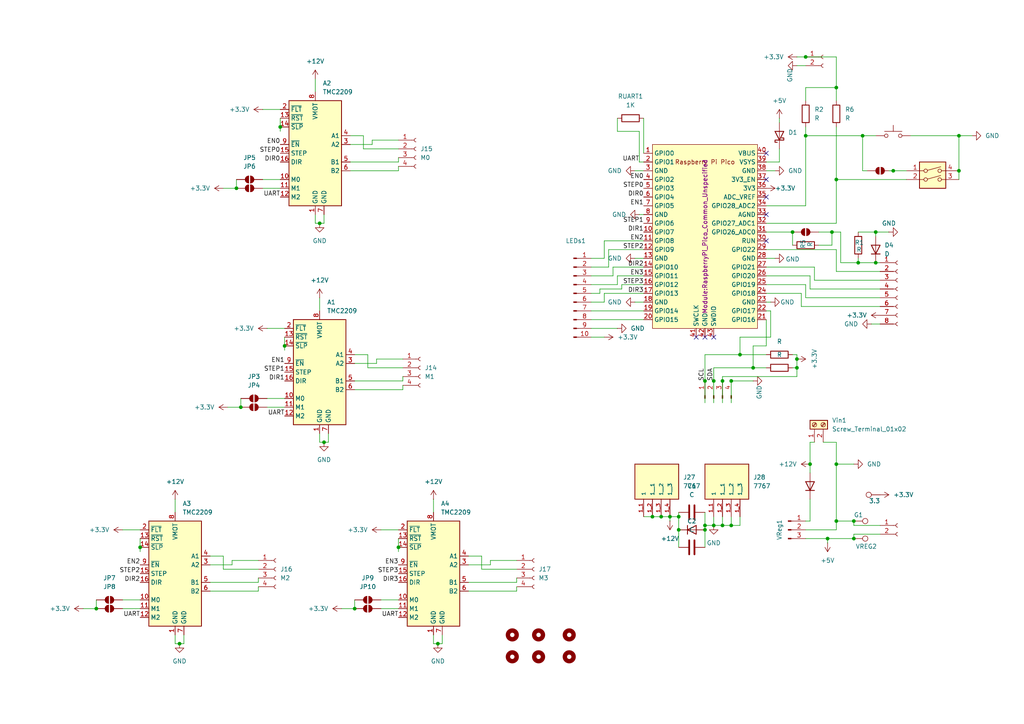
<source format=kicad_sch>
(kicad_sch (version 20250114) (generator "eeschema") (generator_version "9.0")
  (paper "A4")
  (junction (at 214.63 102.87))
  (junction (at 242.57 134.62))
  (junction (at 242.57 25.4))
  (junction (at 212.09 110.49))
  (junction (at 259.08 49.53))
  (junction (at 248.92 76.2))
  (junction (at 52.07 186.69))
  (junction (at 93.98 128.27))
  (junction (at 234.95 134.62))
  (junction (at 242.57 151.13))
  (junction (at 69.85 118.11))
  (junction (at 68.58 54.61))
  (junction (at 207.01 152.4))
  (junction (at 92.71 64.77))
  (junction (at 207.01 110.49))
  (junction (at 250.19 39.37))
  (junction (at 196.85 153.67))
  (junction (at 233.68 16.51))
  (junction (at 247.65 156.21))
  (junction (at 233.68 39.37))
  (junction (at 278.13 49.53))
  (junction (at 40.64 158.75))
  (junction (at 204.47 152.4))
  (junction (at 127 186.69))
  (junction (at 247.65 151.13))
  (junction (at 194.31 149.86))
  (junction (at 231.14 104.14))
  (junction (at 218.44 106.68))
  (junction (at 82.55 100.33))
  (junction (at 241.3 67.31))
  (junction (at 209.55 152.4))
  (junction (at 242.57 52.07))
  (junction (at 204.47 153.67))
  (junction (at 189.23 149.86))
  (junction (at 102.87 176.53))
  (junction (at 212.09 152.4))
  (junction (at 278.13 39.37))
  (junction (at 254 76.2))
  (junction (at 209.55 110.49))
  (junction (at 240.03 156.21))
  (junction (at 196.85 149.86))
  (junction (at 81.28 36.83))
  (junction (at 27.94 176.53))
  (junction (at 204.47 110.49))
  (junction (at 229.87 67.31))
  (junction (at 254 67.31))
  (junction (at 191.77 149.86))
  (junction (at 231.14 106.68))
  (junction (at 115.57 158.75))
  (no_connect (at 222.25 44.45))
  (no_connect (at 222.25 69.85))
  (no_connect (at 201.93 97.79))
  (no_connect (at 222.25 52.07))
  (no_connect (at 204.47 97.79))
  (no_connect (at 207.01 97.79))
  (no_connect (at 222.25 57.15))
  (no_connect (at 222.25 62.23))
  (wire (pts (xy 110.49 173.99) (xy 115.57 173.99)))
  (wire (pts (xy 184.15 87.63) (xy 186.69 87.63)))
  (wire (pts (xy 250.19 39.37) (xy 250.19 49.53)))
  (wire (pts (xy 171.45 97.79) (xy 175.26 97.79)))
  (wire (pts (xy 66.04 118.11) (xy 69.85 118.11)))
  (wire (pts (xy 91.44 22.86) (xy 91.44 26.67)))
  (wire (pts (xy 99.06 176.53) (xy 102.87 176.53)))
  (wire (pts (xy 242.57 128.27) (xy 242.57 134.62)))
  (wire (pts (xy 91.44 62.23) (xy 91.44 64.77)))
  (wire (pts (xy 139.7 165.1) (xy 149.86 165.1)))
  (wire (pts (xy 115.57 156.21) (xy 115.57 158.75)))
  (wire (pts (xy 171.45 87.63) (xy 175.26 87.63)))
  (wire (pts (xy 255.27 152.4) (xy 247.65 152.4)))
  (wire (pts (xy 229.87 67.31) (xy 229.87 71.12)))
  (wire (pts (xy 179.07 38.1) (xy 179.07 34.29)))
  (wire (pts (xy 254 76.2) (xy 255.27 76.2)))
  (wire (pts (xy 231.14 16.51) (xy 233.68 16.51)))
  (wire (pts (xy 189.23 149.86) (xy 191.77 149.86)))
  (wire (pts (xy 92.71 125.73) (xy 92.71 128.27)))
  (wire (pts (xy 257.81 67.31) (xy 254 67.31)))
  (wire (pts (xy 214.63 97.79) (xy 214.63 102.87)))
  (wire (pts (xy 35.56 153.67) (xy 40.64 153.67)))
  (wire (pts (xy 93.98 64.77) (xy 92.71 64.77)))
  (wire (pts (xy 109.22 104.14) (xy 116.84 104.14)))
  (wire (pts (xy 242.57 36.83) (xy 242.57 52.07)))
  (wire (pts (xy 204.47 110.49) (xy 204.47 116.84)))
  (wire (pts (xy 233.68 153.67) (xy 242.57 153.67)))
  (wire (pts (xy 186.69 149.86) (xy 189.23 149.86)))
  (wire (pts (xy 175.26 87.63) (xy 175.26 85.09)))
  (wire (pts (xy 102.87 173.99) (xy 102.87 176.53)))
  (wire (pts (xy 264.16 39.37) (xy 278.13 39.37)))
  (wire (pts (xy 223.52 90.17) (xy 223.52 97.79)))
  (wire (pts (xy 60.96 171.45) (xy 74.93 171.45)))
  (wire (pts (xy 115.57 49.53) (xy 115.57 48.26)))
  (wire (pts (xy 107.95 40.64) (xy 115.57 40.64)))
  (wire (pts (xy 233.68 151.13) (xy 234.95 151.13)))
  (wire (pts (xy 233.68 156.21) (xy 240.03 156.21)))
  (wire (pts (xy 248.92 76.2) (xy 254 76.2)))
  (wire (pts (xy 242.57 134.62) (xy 242.57 151.13)))
  (wire (pts (xy 257.81 49.53) (xy 259.08 49.53)))
  (wire (pts (xy 35.56 173.99) (xy 40.64 173.99)))
  (wire (pts (xy 204.47 152.4) (xy 207.01 152.4)))
  (wire (pts (xy 110.49 176.53) (xy 115.57 176.53)))
  (wire (pts (xy 105.41 39.37) (xy 105.41 43.18)))
  (wire (pts (xy 278.13 49.53) (xy 278.13 52.07)))
  (wire (pts (xy 50.8 184.15) (xy 50.8 186.69)))
  (wire (pts (xy 67.31 162.56) (xy 74.93 162.56)))
  (wire (pts (xy 81.28 38.1) (xy 81.28 36.83)))
  (wire (pts (xy 77.47 118.11) (xy 82.55 118.11)))
  (wire (pts (xy 209.55 110.49) (xy 209.55 116.84)))
  (wire (pts (xy 53.34 184.15) (xy 53.34 186.69)))
  (wire (pts (xy 231.14 106.68) (xy 231.14 104.14)))
  (wire (pts (xy 247.65 154.94) (xy 247.65 156.21)))
  (wire (pts (xy 212.09 152.4) (xy 209.55 152.4)))
  (wire (pts (xy 229.87 102.87) (xy 231.14 102.87)))
  (wire (pts (xy 135.89 161.29) (xy 139.7 161.29)))
  (wire (pts (xy 177.8 80.01) (xy 177.8 77.47)))
  (wire (pts (xy 248.92 67.31) (xy 254 67.31)))
  (wire (pts (xy 207.01 149.86) (xy 207.01 152.4)))
  (wire (pts (xy 223.52 97.79) (xy 214.63 97.79)))
  (wire (pts (xy 101.6 41.91) (xy 107.95 41.91)))
  (wire (pts (xy 184.15 49.53) (xy 186.69 49.53)))
  (wire (pts (xy 234.95 80.01) (xy 222.25 80.01)))
  (wire (pts (xy 222.25 87.63) (xy 223.52 87.63)))
  (wire (pts (xy 24.13 176.53) (xy 27.94 176.53)))
  (wire (pts (xy 222.25 64.77) (xy 242.57 64.77)))
  (wire (pts (xy 231.14 109.22) (xy 209.55 109.22)))
  (wire (pts (xy 93.98 62.23) (xy 93.98 64.77)))
  (wire (pts (xy 135.89 171.45) (xy 149.86 171.45)))
  (wire (pts (xy 236.22 81.28) (xy 255.27 81.28)))
  (wire (pts (xy 69.85 115.57) (xy 69.85 118.11)))
  (wire (pts (xy 226.06 34.29) (xy 226.06 35.56)))
  (wire (pts (xy 110.49 153.67) (xy 115.57 153.67)))
  (wire (pts (xy 242.57 153.67) (xy 242.57 151.13)))
  (wire (pts (xy 105.41 43.18) (xy 115.57 43.18)))
  (wire (pts (xy 233.68 86.36) (xy 255.27 86.36)))
  (wire (pts (xy 27.94 173.99) (xy 27.94 176.53)))
  (wire (pts (xy 233.68 29.21) (xy 233.68 25.4)))
  (wire (pts (xy 175.26 74.93) (xy 175.26 69.85)))
  (wire (pts (xy 240.03 156.21) (xy 247.65 156.21)))
  (wire (pts (xy 242.57 52.07) (xy 262.89 52.07)))
  (wire (pts (xy 64.77 161.29) (xy 64.77 165.1)))
  (wire (pts (xy 242.57 72.39) (xy 242.57 78.74)))
  (wire (pts (xy 204.47 153.67) (xy 204.47 152.4)))
  (wire (pts (xy 234.95 83.82) (xy 234.95 80.01)))
  (wire (pts (xy 214.63 149.86) (xy 214.63 152.4)))
  (wire (pts (xy 171.45 77.47) (xy 176.53 77.47)))
  (wire (pts (xy 50.8 144.78) (xy 50.8 148.59)))
  (wire (pts (xy 242.57 29.21) (xy 242.57 25.4)))
  (wire (pts (xy 176.53 77.47) (xy 176.53 72.39)))
  (wire (pts (xy 231.14 19.05) (xy 233.68 19.05)))
  (wire (pts (xy 81.28 34.29) (xy 81.28 36.83)))
  (wire (pts (xy 50.8 186.69) (xy 52.07 186.69)))
  (wire (pts (xy 234.95 128.27) (xy 236.22 128.27)))
  (wire (pts (xy 222.25 102.87) (xy 214.63 102.87)))
  (wire (pts (xy 175.26 85.09) (xy 186.69 85.09)))
  (wire (pts (xy 250.19 49.53) (xy 251.46 49.53)))
  (wire (pts (xy 222.25 49.53) (xy 224.79 49.53)))
  (wire (pts (xy 95.25 128.27) (xy 93.98 128.27)))
  (wire (pts (xy 171.45 90.17) (xy 186.69 90.17)))
  (wire (pts (xy 196.85 153.67) (xy 196.85 149.86)))
  (wire (pts (xy 92.71 86.36) (xy 92.71 90.17)))
  (wire (pts (xy 222.25 59.69) (xy 233.68 59.69)))
  (wire (pts (xy 77.47 95.25) (xy 82.55 95.25)))
  (wire (pts (xy 116.84 110.49) (xy 116.84 109.22)))
  (wire (pts (xy 236.22 81.28) (xy 236.22 77.47)))
  (wire (pts (xy 278.13 39.37) (xy 281.94 39.37)))
  (wire (pts (xy 243.84 67.31) (xy 243.84 76.2)))
  (wire (pts (xy 177.8 77.47) (xy 186.69 77.47)))
  (wire (pts (xy 204.47 153.67) (xy 204.47 158.75)))
  (wire (pts (xy 234.95 128.27) (xy 234.95 134.62)))
  (wire (pts (xy 60.96 161.29) (xy 64.77 161.29)))
  (wire (pts (xy 125.73 144.78) (xy 125.73 148.59)))
  (wire (pts (xy 171.45 74.93) (xy 175.26 74.93)))
  (wire (pts (xy 149.86 168.91) (xy 149.86 167.64)))
  (wire (pts (xy 76.2 31.75) (xy 81.28 31.75)))
  (wire (pts (xy 231.14 102.87) (xy 231.14 104.14)))
  (wire (pts (xy 176.53 72.39) (xy 186.69 72.39)))
  (wire (pts (xy 68.58 52.07) (xy 68.58 54.61)))
  (wire (pts (xy 259.08 49.53) (xy 262.89 49.53)))
  (wire (pts (xy 101.6 46.99) (xy 115.57 46.99)))
  (wire (pts (xy 209.55 109.22) (xy 209.55 110.49)))
  (wire (pts (xy 171.45 95.25) (xy 179.07 95.25)))
  (wire (pts (xy 242.57 78.74) (xy 255.27 78.74)))
  (wire (pts (xy 116.84 113.03) (xy 116.84 111.76)))
  (wire (pts (xy 242.57 16.51) (xy 242.57 25.4)))
  (wire (pts (xy 74.93 168.91) (xy 74.93 167.64)))
  (wire (pts (xy 82.55 97.79) (xy 82.55 100.33)))
  (wire (pts (xy 218.44 100.33) (xy 218.44 106.68)))
  (wire (pts (xy 212.09 110.49) (xy 212.09 116.84)))
  (wire (pts (xy 179.07 82.55) (xy 179.07 80.01)))
  (wire (pts (xy 234.95 83.82) (xy 255.27 83.82)))
  (wire (pts (xy 250.19 39.37) (xy 254 39.37)))
  (wire (pts (xy 222.25 100.33) (xy 218.44 100.33)))
  (wire (pts (xy 184.15 74.93) (xy 186.69 74.93)))
  (wire (pts (xy 171.45 82.55) (xy 179.07 82.55)))
  (wire (pts (xy 95.25 125.73) (xy 95.25 128.27)))
  (wire (pts (xy 109.22 105.41) (xy 109.22 104.14)))
  (wire (pts (xy 242.57 151.13) (xy 247.65 151.13)))
  (wire (pts (xy 128.27 184.15) (xy 128.27 186.69)))
  (wire (pts (xy 82.55 101.6) (xy 82.55 100.33)))
  (wire (pts (xy 40.64 156.21) (xy 40.64 158.75)))
  (wire (pts (xy 180.34 83.82) (xy 180.34 82.55)))
  (wire (pts (xy 204.47 102.87) (xy 204.47 110.49)))
  (wire (pts (xy 212.09 149.86) (xy 212.09 152.4)))
  (wire (pts (xy 76.2 52.07) (xy 81.28 52.07)))
  (wire (pts (xy 234.95 134.62) (xy 234.95 137.16)))
  (wire (pts (xy 233.68 39.37) (xy 250.19 39.37)))
  (wire (pts (xy 115.57 46.99) (xy 115.57 45.72)))
  (wire (pts (xy 196.85 148.59) (xy 196.85 149.86)))
  (wire (pts (xy 196.85 153.67) (xy 196.85 158.75)))
  (wire (pts (xy 233.68 59.69) (xy 233.68 39.37)))
  (wire (pts (xy 222.25 72.39) (xy 242.57 72.39)))
  (wire (pts (xy 229.87 106.68) (xy 231.14 106.68)))
  (wire (pts (xy 218.44 106.68) (xy 207.01 106.68)))
  (wire (pts (xy 191.77 149.86) (xy 194.31 149.86)))
  (wire (pts (xy 40.64 160.02) (xy 40.64 158.75)))
  (wire (pts (xy 233.68 25.4) (xy 242.57 25.4)))
  (wire (pts (xy 101.6 39.37) (xy 105.41 39.37)))
  (wire (pts (xy 222.25 67.31) (xy 229.87 67.31)))
  (wire (pts (xy 209.55 149.86) (xy 209.55 152.4)))
  (wire (pts (xy 247.65 152.4) (xy 247.65 151.13)))
  (wire (pts (xy 74.93 171.45) (xy 74.93 170.18)))
  (wire (pts (xy 255.27 154.94) (xy 247.65 154.94)))
  (wire (pts (xy 232.41 85.09) (xy 232.41 88.9)))
  (wire (pts (xy 60.96 168.91) (xy 74.93 168.91)))
  (wire (pts (xy 207.01 110.49) (xy 207.01 116.84)))
  (wire (pts (xy 185.42 46.99) (xy 185.42 38.1)))
  (wire (pts (xy 254 68.58) (xy 254 67.31)))
  (wire (pts (xy 142.24 163.83) (xy 142.24 162.56)))
  (wire (pts (xy 233.68 86.36) (xy 233.68 82.55)))
  (wire (pts (xy 185.42 46.99) (xy 186.69 46.99)))
  (wire (pts (xy 234.95 144.78) (xy 234.95 151.13)))
  (wire (pts (xy 135.89 163.83) (xy 142.24 163.83)))
  (wire (pts (xy 214.63 102.87) (xy 204.47 102.87)))
  (wire (pts (xy 171.45 85.09) (xy 173.99 85.09)))
  (wire (pts (xy 175.26 69.85) (xy 186.69 69.85)))
  (wire (pts (xy 125.73 184.15) (xy 125.73 186.69)))
  (wire (pts (xy 115.57 160.02) (xy 115.57 158.75)))
  (wire (pts (xy 214.63 152.4) (xy 212.09 152.4)))
  (wire (pts (xy 233.68 36.83) (xy 233.68 39.37)))
  (wire (pts (xy 60.96 163.83) (xy 67.31 163.83)))
  (wire (pts (xy 35.56 176.53) (xy 40.64 176.53)))
  (wire (pts (xy 102.87 110.49) (xy 116.84 110.49)))
  (wire (pts (xy 232.41 88.9) (xy 255.27 88.9)))
  (wire (pts (xy 149.86 171.45) (xy 149.86 170.18)))
  (wire (pts (xy 242.57 134.62) (xy 247.65 134.62)))
  (wire (pts (xy 222.25 106.68) (xy 218.44 106.68)))
  (wire (pts (xy 142.24 162.56) (xy 149.86 162.56)))
  (wire (pts (xy 242.57 52.07) (xy 242.57 64.77)))
  (wire (pts (xy 101.6 49.53) (xy 115.57 49.53)))
  (wire (pts (xy 77.47 115.57) (xy 82.55 115.57)))
  (wire (pts (xy 222.25 90.17) (xy 223.52 90.17)))
  (wire (pts (xy 64.77 54.61) (xy 68.58 54.61)))
  (wire (pts (xy 233.68 16.51) (xy 242.57 16.51)))
  (wire (pts (xy 233.68 82.55) (xy 222.25 82.55)))
  (wire (pts (xy 106.68 106.68) (xy 116.84 106.68)))
  (wire (pts (xy 91.44 64.77) (xy 92.71 64.77)))
  (wire (pts (xy 107.95 41.91) (xy 107.95 40.64)))
  (wire (pts (xy 171.45 80.01) (xy 177.8 80.01)))
  (wire (pts (xy 173.99 83.82) (xy 180.34 83.82)))
  (wire (pts (xy 106.68 102.87) (xy 106.68 106.68)))
  (wire (pts (xy 222.25 85.09) (xy 232.41 85.09)))
  (wire (pts (xy 185.42 38.1) (xy 179.07 38.1)))
  (wire (pts (xy 243.84 76.2) (xy 248.92 76.2)))
  (wire (pts (xy 125.73 186.69) (xy 127 186.69)))
  (wire (pts (xy 241.3 67.31) (xy 243.84 67.31)))
  (wire (pts (xy 67.31 163.83) (xy 67.31 162.56)))
  (wire (pts (xy 102.87 102.87) (xy 106.68 102.87)))
  (wire (pts (xy 226.06 46.99) (xy 222.25 46.99)))
  (wire (pts (xy 128.27 186.69) (xy 127 186.69)))
  (wire (pts (xy 92.71 128.27) (xy 93.98 128.27)))
  (wire (pts (xy 185.42 62.23) (xy 186.69 62.23)))
  (wire (pts (xy 204.47 148.59) (xy 204.47 152.4)))
  (wire (pts (xy 186.69 34.29) (xy 186.69 44.45)))
  (wire (pts (xy 242.57 128.27) (xy 238.76 128.27)))
  (wire (pts (xy 278.13 39.37) (xy 278.13 49.53)))
  (wire (pts (xy 194.31 149.86) (xy 194.31 151.13)))
  (wire (pts (xy 252.73 93.98) (xy 255.27 93.98)))
  (wire (pts (xy 196.85 149.86) (xy 194.31 149.86)))
  (wire (pts (xy 241.3 71.12) (xy 241.3 67.31)))
  (wire (pts (xy 76.2 54.61) (xy 81.28 54.61)))
  (wire (pts (xy 171.45 92.71) (xy 186.69 92.71)))
  (wire (pts (xy 236.22 77.47) (xy 222.25 77.47)))
  (wire (pts (xy 207.01 106.68) (xy 207.01 110.49)))
  (wire (pts (xy 226.06 43.18) (xy 226.06 46.99)))
  (wire (pts (xy 237.49 67.31) (xy 241.3 67.31)))
  (wire (pts (xy 237.49 71.12) (xy 241.3 71.12)))
  (wire (pts (xy 231.14 106.68) (xy 231.14 109.22)))
  (wire (pts (xy 179.07 80.01) (xy 186.69 80.01)))
  (wire (pts (xy 102.87 113.03) (xy 116.84 113.03)))
  (wire (pts (xy 212.09 110.49) (xy 218.44 110.49)))
  (wire (pts (xy 180.34 82.55) (xy 186.69 82.55)))
  (wire (pts (xy 240.03 156.21) (xy 240.03 157.48)))
  (wire (pts (xy 139.7 161.29) (xy 139.7 165.1)))
  (wire (pts (xy 248.92 74.93) (xy 248.92 76.2)))
  (wire (pts (xy 102.87 105.41) (xy 109.22 105.41)))
  (wire (pts (xy 64.77 165.1) (xy 74.93 165.1)))
  (wire (pts (xy 222.25 74.93) (xy 224.79 74.93)))
  (wire (pts (xy 53.34 186.69) (xy 52.07 186.69)))
  (wire (pts (xy 209.55 152.4) (xy 207.01 152.4)))
  (wire (pts (xy 173.99 85.09) (xy 173.99 83.82)))
  (wire (pts (xy 222.25 92.71) (xy 222.25 100.33)))
  (wire (pts (xy 135.89 168.91) (xy 149.86 168.91)))
  (label "UART" (at 82.55 120.65 180))
  (label "DIR0" (at 81.28 46.99 180))
  (label "EN1" (at 186.69 59.69 180))
  (label "UART" (at 81.28 57.15 180))
  (label "DIR3" (at 115.57 168.91 180))
  (label "UART" (at 115.57 179.07 180))
  (label "DIR1" (at 82.55 110.49 180))
  (label "UART" (at 185.42 46.99 180))
  (label "STEP3" (at 115.57 166.37 180))
  (label "EN0" (at 81.28 41.91 180))
  (label "SDA" (at 207.01 110.49 90))
  (label "SCL" (at 204.47 110.49 90))
  (label "STEP2" (at 186.69 72.39 180))
  (label "DIR0" (at 186.69 57.15 180))
  (label "EN1" (at 82.55 105.41 180))
  (label "EN0" (at 186.69 52.07 180))
  (label "STEP0" (at 186.69 54.61 180))
  (label "EN2" (at 186.69 69.85 180))
  (label "STEP1" (at 82.55 107.95 180))
  (label "DIR2" (at 186.69 77.47 180))
  (label "DIR2" (at 40.64 168.91 180))
  (label "EN3" (at 115.57 163.83 180))
  (label "STEP1" (at 186.69 64.77 180))
  (label "STEP2" (at 40.64 166.37 180))
  (label "STEP0" (at 81.28 44.45 180))
  (label "STEP3" (at 186.69 82.55 180))
  (label "DIR3" (at 186.69 85.09 180))
  (label "EN3" (at 186.69 80.01 180))
  (label "DIR1" (at 186.69 67.31 180))
  (label "UART" (at 40.64 179.07 180))
  (label "EN2" (at 40.64 163.83 180))
  (symbol (lib_id "power:GND") (at 184.15 87.63 270) (unit 1)
    (property "Reference" "#PWR015" (effects (hide yes)))
    (property "Value" "GND" (at 180.34 87.6299 90) (effects (justify right)))
    (property "Description" "Power symbol creates a global label with name \"GND\" , ground" (effects (hide yes)))
  )
  (symbol (lib_id "power:+3.3V") (at 255.27 91.44 90) (unit 1)
    (property "Reference" "#PWR021" (effects (hide yes)))
    (property "Value" "+3.3V" (at 251.46 91.4399 90) (effects (justify left)))
    (property "Description" "Power symbol creates a global label with name \"+3.3V\"" (effects (hide yes)))
  )
  (symbol (lib_id "Jumper:SolderJumper_2_Open") (at 31.75 173.99 0) (unit 1) (exclude_from_sim yes) (in_bom no)
    (property "Reference" "JP7" (at 31.75 167.64 0))
    (property "Value" "SolderJumper_2_Open" (effects (hide yes)))
    (property "Footprint" "Jumper:SolderJumper-2_P1.3mm_Open_Pad1.0x1.5mm" (effects (hide yes)))
    (property "Description" "Solder Jumper, 2-pole, open" (effects (hide yes)))
  )
  (symbol (lib_id "Connector:Conn_01x04_Pin") (at 207.01 115.57 90) (unit 1)
    (property "Reference" "I2C1" (effects (hide yes)))
    (property "Value" "Conn_01x04_Pin" (effects (hide yes)))
    (property "Footprint" "Connector_PinHeader_2.54mm:PinHeader_1x04_P2.54mm_Vertical" (effects (hide yes)))
    (property "Description" "Generic connector, single row, 01x04, script generated" (effects (hide yes)))
  )
  (symbol (lib_id "power:GND") (at 252.73 93.98 270) (unit 1)
    (property "Reference" "#PWR01" (effects (hide yes)))
    (property "Value" "GND" (at 248.92 93.9799 90) (effects (justify right)))
    (property "Description" "Power symbol creates a global label with name \"GND\" , ground" (effects (hide yes)))
  )
  (symbol (lib_id "power:+3.3V") (at 77.47 95.25 90) (unit 1)
    (property "Reference" "#PWR033" (effects (hide yes)))
    (property "Value" "+3.3V" (at 73.66 95.2499 90) (effects (justify left)))
    (property "Description" "Power symbol creates a global label with name \"+3.3V\"" (effects (hide yes)))
  )
  (symbol (lib_id "power:+12V") (at 194.31 151.13 180) (unit 1)
    (property "Reference" "#PWR012" (effects (hide yes)))
    (property "Value" "+12V" (at 194.31 156.21 0))
    (property "Description" "Power symbol creates a global label with name \"+12V\"" (effects (hide yes)))
  )
  (symbol (lib_id "power:+3.3V") (at 24.13 176.53 90) (unit 1)
    (property "Reference" "#PWR035" (effects (hide yes)))
    (property "Value" "+3.3V" (at 20.32 176.5299 90) (effects (justify left)))
    (property "Description" "Power symbol creates a global label with name \"+3.3V\"" (effects (hide yes)))
  )
  (symbol (lib_id "Jumper:SolderJumper_2_Open") (at 72.39 52.07 0) (unit 1) (exclude_from_sim yes) (in_bom no)
    (property "Reference" "JP5" (at 72.39 45.72 0))
    (property "Value" "SolderJumper_2_Open" (effects (hide yes)))
    (property "Footprint" "Jumper:SolderJumper-2_P1.3mm_Open_Pad1.0x1.5mm" (effects (hide yes)))
    (property "Description" "Solder Jumper, 2-pole, open" (effects (hide yes)))
  )
  (symbol (lib_id "Connector:Conn_01x10_Pin") (at 166.37 85.09 0) (unit 1)
    (property "Reference" "LEDs1" (at 167.005 69.85 0))
    (property "Value" "Conn_01x10_Pin" (effects (hide yes)))
    (property "Footprint" "Connector_PinHeader_2.54mm:PinHeader_1x10_P2.54mm_Vertical" (effects (hide yes)))
    (property "Description" "Generic connector, single row, 01x10, script generated" (effects (hide yes)))
  )
  (symbol (lib_id "Connector:Conn_01x04_Socket") (at 154.94 165.1 0) (unit 1)
    (property "Reference" "J17" (at 156.21 165.0999 0) (effects (justify left)))
    (property "Value" "M3" (at 156.21 167.6399 0) (effects (justify left)))
    (property "Footprint" "Connector_PinHeader_2.54mm:PinHeader_1x04_P2.54mm_Vertical" (effects (hide yes)))
    (property "Description" "Generic connector, single row, 01x04, script generated" (effects (hide yes)))
  )
  (symbol (lib_id "Mechanical:MountingHole") (at 165.1 184.15 0) (unit 1) (exclude_from_sim yes) (in_bom no)
    (property "Reference" "H2" (effects (hide yes)))
    (property "Value" "MountingHole" (effects (hide yes)))
    (property "Footprint" "MountingHole:MountingHole_3.2mm_M3_ISO7380_Pad_TopBottom" (effects (hide yes)))
    (property "Description" "Mounting Hole without connection" (effects (hide yes)))
  )
  (symbol (lib_id "Jumper:SolderJumper_2_Open") (at 73.66 118.11 0) (unit 1) (exclude_from_sim yes) (in_bom no)
    (property "Reference" "JP4" (at 73.66 111.76 0))
    (property "Value" "SolderJumper_2_Open" (effects (hide yes)))
    (property "Footprint" "Jumper:SolderJumper-2_P1.3mm_Open_Pad1.0x1.5mm" (effects (hide yes)))
    (property "Description" "Solder Jumper, 2-pole, open" (effects (hide yes)))
  )
  (symbol (lib_id "Device:R") (at 182.88 34.29 90) (unit 1)
    (property "Reference" "RUART1" (at 182.88 27.94 90))
    (property "Value" "1K" (at 182.88 30.48 90))
    (property "Footprint" "digikey-footprints:1206" (effects (hide yes)))
    (property "Description" "Resistor" (effects (hide yes)))
  )
  (symbol (lib_id "Device:R") (at 233.68 71.12 90) (unit 1)
    (property "Reference" "R5" (at 232.918 72.136 0) (effects (justify left)))
    (property "Value" "R" (at 234.95 71.628 0) (effects (justify left)))
    (property "Footprint" "digikey-footprints:1206" (effects (hide yes)))
    (property "Description" "Resistor" (effects (hide yes)))
  )
  (symbol (lib_id "power:GND") (at 92.71 64.77 0) (unit 1)
    (property "Reference" "#PWR032" (effects (hide yes)))
    (property "Value" "GND" (at 92.71 69.85 0))
    (property "Description" "Power symbol creates a global label with name \"GND\" , ground" (effects (hide yes)))
  )
  (symbol (lib_id "power:GND") (at 184.15 74.93 270) (unit 1)
    (property "Reference" "#PWR016" (effects (hide yes)))
    (property "Value" "GND" (at 180.34 74.9299 90) (effects (justify right)))
    (property "Description" "Power symbol creates a global label with name \"GND\" , ground" (effects (hide yes)))
  )
  (symbol (lib_id "Device:R") (at 226.06 106.68 270) (unit 1)
    (property "Reference" "R3" (effects (hide yes)))
    (property "Value" "R" (at 226.06 102.87 90))
    (property "Footprint" "digikey-footprints:1206" (effects (hide yes)))
    (property "Description" "Resistor" (effects (hide yes)))
  )
  (symbol (lib_id "Device:C") (at 200.66 148.59 90) (unit 1)
    (property "Reference" "C1" (at 200.66 140.97 90))
    (property "Value" "C" (at 200.66 143.51 90))
    (property "Footprint" "Capacitor_THT:CP_Radial_D13.0mm_P5.00mm" (effects (hide yes)))
    (property "Description" "Unpolarized capacitor" (effects (hide yes)))
  )
  (symbol (lib_id "power:GND") (at 52.07 186.69 0) (unit 1)
    (property "Reference" "#PWR038" (effects (hide yes)))
    (property "Value" "GND" (at 52.07 191.77 0))
    (property "Description" "Power symbol creates a global label with name \"GND\" , ground" (effects (hide yes)))
  )
  (symbol (lib_id "Jumper:SolderJumper_2_Open") (at 72.39 54.61 0) (unit 1) (exclude_from_sim yes) (in_bom no)
    (property "Reference" "JP6" (at 72.39 48.26 0))
    (property "Value" "SolderJumper_2_Open" (effects (hide yes)))
    (property "Footprint" "Jumper:SolderJumper-2_P1.3mm_Open_Pad1.0x1.5mm" (effects (hide yes)))
    (property "Description" "Solder Jumper, 2-pole, open" (effects (hide yes)))
  )
  (symbol (lib_id "power:+3.3V") (at 255.27 143.51 270) (unit 1)
    (property "Reference" "#PWR023" (effects (hide yes)))
    (property "Value" "+3.3V" (at 259.08 143.5099 90) (effects (justify left)))
    (property "Description" "Power symbol creates a global label with name \"+3.3V\"" (effects (hide yes)))
  )
  (symbol (lib_id "power:GND") (at 247.65 134.62 90) (unit 1)
    (property "Reference" "#PWR04" (effects (hide yes)))
    (property "Value" "GND" (at 251.46 134.6199 90) (effects (justify right)))
    (property "Description" "Power symbol creates a global label with name \"GND\" , ground" (effects (hide yes)))
  )
  (symbol (lib_id "power:+12V") (at 91.44 22.86 0) (unit 1)
    (property "Reference" "#PWR031" (effects (hide yes)))
    (property "Value" "+12V" (at 91.44 17.78 0))
    (property "Description" "Power symbol creates a global label with name \"+12V\"" (effects (hide yes)))
  )
  (symbol (lib_id "Device:R") (at 226.06 102.87 90) (unit 1)
    (property "Reference" "R4" (effects (hide yes)))
    (property "Value" "R" (at 226.06 99.06 90))
    (property "Footprint" "digikey-footprints:1206" (effects (hide yes)))
    (property "Description" "Resistor" (effects (hide yes)))
  )
  (symbol (lib_id "power:+3.3V") (at 64.77 54.61 90) (unit 1)
    (property "Reference" "#PWR028" (effects (hide yes)))
    (property "Value" "+3.3V" (at 60.96 54.6099 90) (effects (justify left)))
    (property "Description" "Power symbol creates a global label with name \"+3.3V\"" (effects (hide yes)))
  )
  (symbol (lib_id "Mechanical:MountingHole") (at 148.59 184.15 0) (unit 1) (exclude_from_sim yes) (in_bom no)
    (property "Reference" "H6" (effects (hide yes)))
    (property "Value" "MountingHole" (effects (hide yes)))
    (property "Footprint" "MountingHole:MountingHole_3.2mm_M3_ISO7380_Pad_TopBottom" (effects (hide yes)))
    (property "Description" "Mounting Hole without connection" (effects (hide yes)))
  )
  (symbol (lib_id "Connector:TestPoint") (at 247.65 156.21 270) (unit 1)
    (property "Reference" "VREG2" (at 248.158 158.496 90) (effects (justify left)))
    (property "Value" "TestPoint" (effects (hide yes)))
    (property "Footprint" "TestPoint:TestPoint_Pad_1.5x1.5mm" (effects (hide yes)))
    (property "Description" "test point" (effects (hide yes)))
  )
  (symbol (lib_id "power:GND") (at 218.44 110.49 90) (unit 1)
    (property "Reference" "#PWR020" (effects (hide yes)))
    (property "Value" "GND" (at 220.218 113.792 0))
    (property "Description" "Power symbol creates a global label with name \"GND\" , ground" (effects (hide yes)))
  )
  (symbol (lib_id "power:GND") (at 224.79 49.53 90) (unit 1)
    (property "Reference" "#PWR013" (effects (hide yes)))
    (property "Value" "GND" (at 228.6 49.5299 90) (effects (justify right)))
    (property "Description" "Power symbol creates a global label with name \"GND\" , ground" (effects (hide yes)))
  )
  (symbol (lib_id "Device:D") (at 200.66 153.67 0) (unit 1)
    (property "Reference" "D3" (effects (hide yes)))
    (property "Value" "D" (effects (hide yes)))
    (property "Footprint" "Diode_THT:D_A-405_P10.16mm_Horizontal" (effects (hide yes)))
    (property "Description" "Diode" (effects (hide yes)))
    (property "Sim.Device" "D" (effects (hide yes)))
    (property "Sim.Pins" "1=K 2=A" (effects (hide yes)))
  )
  (symbol (lib_id "Connector:Conn_01x02_Socket") (at 260.35 152.4 0) (unit 1)
    (property "Reference" "J5" (effects (hide yes)))
    (property "Value" "Conn_01x02_Socket" (effects (hide yes)))
    (property "Footprint" "Connector_PinHeader_2.54mm:PinHeader_1x02_P2.54mm_Vertical" (effects (hide yes)))
    (property "Description" "Generic connector, single row, 01x02, script generated" (effects (hide yes)))
  )
  (symbol (lib_id "power:GND") (at 184.15 49.53 270) (unit 1)
    (property "Reference" "#PWR018" (effects (hide yes)))
    (property "Value" "GND" (at 180.34 49.5299 90) (effects (justify right)))
    (property "Description" "Power symbol creates a global label with name \"GND\" , ground" (effects (hide yes)))
  )
  (symbol (lib_id "power:GND") (at 281.94 39.37 90) (unit 1)
    (property "Reference" "#PWR02" (effects (hide yes)))
    (property "Value" "GND" (at 285.75 39.3699 90) (effects (justify right)))
    (property "Description" "Power symbol creates a global label with name \"GND\" , ground" (effects (hide yes)))
  )
  (symbol (lib_id "power:+12V") (at 234.95 134.62 90) (unit 1)
    (property "Reference" "#PWR024" (effects (hide yes)))
    (property "Value" "+12V" (at 231.14 134.6199 90) (effects (justify left)))
    (property "Description" "Power symbol creates a global label with name \"+12V\"" (effects (hide yes)))
  )
  (symbol (lib_id "power:+3.3V") (at 231.14 16.51 90) (unit 1)
    (property "Reference" "#PWR019" (effects (hide yes)))
    (property "Value" "+3.3V" (at 227.33 16.5099 90) (effects (justify left)))
    (property "Description" "Power symbol creates a global label with name \"+3.3V\"" (effects (hide yes)))
  )
  (symbol (lib_id "Jumper:SolderJumper_2_Open") (at 73.66 115.57 0) (unit 1) (exclude_from_sim yes) (in_bom no)
    (property "Reference" "JP3" (at 73.66 109.22 0))
    (property "Value" "SolderJumper_2_Open" (effects (hide yes)))
    (property "Footprint" "Jumper:SolderJumper-2_P1.3mm_Open_Pad1.0x1.5mm" (effects (hide yes)))
    (property "Description" "Solder Jumper, 2-pole, open" (effects (hide yes)))
  )
  (symbol (lib_id "Mechanical:MountingHole") (at 156.21 184.15 0) (unit 1) (exclude_from_sim yes) (in_bom no)
    (property "Reference" "H1" (effects (hide yes)))
    (property "Value" "MountingHole" (effects (hide yes)))
    (property "Footprint" "MountingHole:MountingHole_3.2mm_M3_ISO7380_Pad_TopBottom" (effects (hide yes)))
    (property "Description" "Mounting Hole without connection" (effects (hide yes)))
  )
  (symbol (lib_id "power:+5V") (at 226.06 34.29 0) (unit 1)
    (property "Reference" "#PWR011" (effects (hide yes)))
    (property "Value" "+5V" (at 226.06 29.21 0))
    (property "Description" "Power symbol creates a global label with name \"+5V\"" (effects (hide yes)))
  )
  (symbol (lib_id "Device:R") (at 248.92 71.12 0) (unit 1)
    (property "Reference" "R1" (at 247.904 70.358 0) (effects (justify left)))
    (property "Value" "R" (at 248.412 72.39 0) (effects (justify left)))
    (property "Footprint" "digikey-footprints:1206" (effects (hide yes)))
    (property "Description" "Resistor" (effects (hide yes)))
  )
  (symbol (lib_id "power:GND") (at 223.52 87.63 90) (unit 1)
    (property "Reference" "#PWR06" (effects (hide yes)))
    (property "Value" "GND" (at 226.314 87.63 90) (effects (justify right)))
    (property "Description" "Power symbol creates a global label with name \"GND\" , ground" (effects (hide yes)))
  )
  (symbol (lib_id "Connector:Conn_01x03_Pin") (at 228.6 153.67 0) (unit 1)
    (property "Reference" "VReg1" (at 226.06 153.67 90))
    (property "Value" "Conn_01x03_Pin" (effects (hide yes)))
    (property "Footprint" "Connector_PinHeader_2.54mm:PinHeader_1x03_P2.54mm_Vertical" (effects (hide yes)))
    (property "Description" "Generic connector, single row, 01x03, script generated" (effects (hide yes)))
  )
  (symbol (lib_id "power:+3.3V") (at 76.2 31.75 90) (unit 1)
    (property "Reference" "#PWR034" (effects (hide yes)))
    (property "Value" "+3.3V" (at 72.39 31.7499 90) (effects (justify left)))
    (property "Description" "Power symbol creates a global label with name \"+3.3V\"" (effects (hide yes)))
  )
  (symbol (lib_id "power:+3.3V") (at 231.14 104.14 270) (unit 1)
    (property "Reference" "#PWR022" (effects (hide yes)))
    (property "Value" "+3.3V" (at 236.22 104.14 0))
    (property "Description" "Power symbol creates a global label with name \"+3.3V\"" (effects (hide yes)))
  )
  (symbol (lib_id "Driver_Motor:Pololu_Breakout_DRV8825") (at 125.73 163.83 0) (unit 1)
    (property "Reference" "A4" (at 127.8733 146.05 0) (effects (justify left)))
    (property "Value" "TMC2209" (at 127.8733 148.59 0) (effects (justify left)))
    (property "Footprint" "Module:Pololu_Breakout-16_15.2x20.3mm" (effects (hide yes)))
    (property "Datasheet" "https://www.pololu.com/product/2982" (effects (hide yes)))
    (property "Description" "Pololu Breakout Board, Stepper Driver DRV8825" (effects (hide yes)))
  )
  (symbol (lib_id "Driver_Motor:Pololu_Breakout_DRV8825") (at 91.44 41.91 0) (unit 1)
    (property "Reference" "A2" (at 93.5833 24.13 0) (effects (justify left)))
    (property "Value" "TMC2209" (at 93.5833 26.67 0) (effects (justify left)))
    (property "Footprint" "Module:Pololu_Breakout-16_15.2x20.3mm" (effects (hide yes)))
    (property "Datasheet" "https://www.pololu.com/product/2982" (effects (hide yes)))
    (property "Description" "Pololu Breakout Board, Stepper Driver DRV8825" (effects (hide yes)))
  )
  (symbol (lib_id "power:+3.3V") (at 66.04 118.11 90) (unit 1)
    (property "Reference" "#PWR027" (effects (hide yes)))
    (property "Value" "+3.3V" (at 62.23 118.1099 90) (effects (justify left)))
    (property "Description" "Power symbol creates a global label with name \"+3.3V\"" (effects (hide yes)))
  )
  (symbol (lib_id "power:+3.3V") (at 99.06 176.53 90) (unit 1)
    (property "Reference" "#PWR039" (effects (hide yes)))
    (property "Value" "+3.3V" (at 95.25 176.5299 90) (effects (justify left)))
    (property "Description" "Power symbol creates a global label with name \"+3.3V\"" (effects (hide yes)))
  )
  (symbol (lib_id "Device:D") (at 234.95 140.97 90) (unit 1)
    (property "Reference" "D2" (effects (hide yes)))
    (property "Value" "D" (effects (hide yes)))
    (property "Footprint" "Diode_THT:D_A-405_P10.16mm_Horizontal" (effects (hide yes)))
    (property "Description" "Diode" (effects (hide yes)))
    (property "Sim.Device" "D" (effects (hide yes)))
    (property "Sim.Pins" "1=K 2=A" (effects (hide yes)))
  )
  (symbol (lib_id "Connector:TestPoint") (at 255.27 143.51 90) (unit 1)
    (property "Reference" "3.3" (at 255.27 145.288 90) (effects (justify left)))
    (property "Value" "TestPoint" (effects (hide yes)))
    (property "Footprint" "TestPoint:TestPoint_Pad_1.5x1.5mm" (effects (hide yes)))
    (property "Description" "test point" (effects (hide yes)))
  )
  (symbol (lib_id "Device:D_Schottky") (at 226.06 39.37 90) (unit 1)
    (property "Reference" "D1" (at 228.6 38.4174 90) (effects (justify right)))
    (property "Value" "D_Schottky" (effects (hide yes)))
    (property "Footprint" "Diode_THT:D_DO-27_P15.24mm_Horizontal" (effects (hide yes)))
    (property "Description" "Schottky diode" (effects (hide yes)))
  )
  (symbol (lib_id "power:+3.3V") (at 110.49 153.67 90) (unit 1)
    (property "Reference" "#PWR040" (effects (hide yes)))
    (property "Value" "+3.3V" (at 106.68 153.6699 90) (effects (justify left)))
    (property "Description" "Power symbol creates a global label with name \"+3.3V\"" (effects (hide yes)))
  )
  (symbol (lib_id "power:+12V") (at 50.8 144.78 0) (unit 1)
    (property "Reference" "#PWR037" (effects (hide yes)))
    (property "Value" "+12V" (at 50.8 139.7 0))
    (property "Description" "Power symbol creates a global label with name \"+12V\"" (effects (hide yes)))
  )
  (symbol (lib_id "power:GND") (at 185.42 62.23 270) (unit 1)
    (property "Reference" "#PWR017" (effects (hide yes)))
    (property "Value" "GND" (at 181.61 62.2299 90) (effects (justify right)))
    (property "Description" "Power symbol creates a global label with name \"GND\" , ground" (effects (hide yes)))
  )
  (symbol (lib_id "power:+12V") (at 92.71 86.36 0) (unit 1)
    (property "Reference" "#PWR029" (effects (hide yes)))
    (property "Value" "+12V" (at 92.71 81.28 0))
    (property "Description" "Power symbol creates a global label with name \"+12V\"" (effects (hide yes)))
  )
  (symbol (lib_id "power:GND") (at 207.01 152.4 0) (unit 1)
    (property "Reference" "#PWR026" (effects (hide yes)))
    (property "Value" "GND" (at 207.01 157.48 0))
    (property "Description" "Power symbol creates a global label with name \"GND\" , ground" (effects (hide yes)))
  )
  (symbol (lib_id "Switch:SW_Push") (at 259.08 39.37 0) (unit 1)
    (property "Reference" "SW1" (effects (hide yes)))
    (property "Value" "SW_Push" (effects (hide yes)))
    (property "Footprint" "Button_Switch_THT:SW_PUSH_6mm" (effects (hide yes)))
    (property "Description" "Push button switch, generic, two pins" (effects (hide yes)))
  )
  (symbol (lib_id "power:+3.3V") (at 222.25 54.61 270) (unit 1)
    (property "Reference" "#PWR09" (effects (hide yes)))
    (property "Value" "+3.3V" (at 224.79 54.61 90) (effects (justify left)))
    (property "Description" "Power symbol creates a global label with name \"+3.3V\"" (effects (hide yes)))
  )
  (symbol (lib_id "Jumper:SolderJumper_2_Open") (at 233.68 67.31 180) (unit 1) (exclude_from_sim yes) (in_bom no)
    (property "Reference" "JP2" (effects (hide yes)))
    (property "Value" "SolderJumper_2_Open" (effects (hide yes)))
    (property "Footprint" "Jumper:SolderJumper-2_P1.3mm_Open_RoundedPad1.0x1.5mm" (effects (hide yes)))
    (property "Description" "Solder Jumper, 2-pole, open" (effects (hide yes)))
  )
  (symbol (lib_id "Connector:Conn_01x04_Socket") (at 120.65 43.18 0) (unit 1)
    (property "Reference" "J15" (at 121.92 43.1799 0) (effects (justify left)))
    (property "Value" "M0" (at 121.92 45.7199 0) (effects (justify left)))
    (property "Footprint" "Connector_PinHeader_2.54mm:PinHeader_1x04_P2.54mm_Vertical" (effects (hide yes)))
    (property "Description" "Generic connector, single row, 01x04, script generated" (effects (hide yes)))
  )
  (symbol (lib_id "Connector:TestPoint") (at 247.65 151.13 270) (unit 1)
    (property "Reference" "G1" (at 247.65 149.352 90) (effects (justify left)))
    (property "Value" "TestPoint" (effects (hide yes)))
    (property "Footprint" "TestPoint:TestPoint_Pad_1.5x1.5mm" (effects (hide yes)))
    (property "Description" "test point" (effects (hide yes)))
  )
  (symbol (lib_id "Mechanical:MountingHole") (at 156.21 190.5 0) (unit 1) (exclude_from_sim yes) (in_bom no)
    (property "Reference" "H3" (effects (hide yes)))
    (property "Value" "MountingHole" (effects (hide yes)))
    (property "Footprint" "MountingHole:MountingHole_3.2mm_M3_ISO7380_Pad_TopBottom" (effects (hide yes)))
    (property "Description" "Mounting Hole without connection" (effects (hide yes)))
  )
  (symbol (lib_id "Mechanical:MountingHole") (at 148.59 190.5 0) (unit 1) (exclude_from_sim yes) (in_bom no)
    (property "Reference" "H5" (effects (hide yes)))
    (property "Value" "MountingHole" (effects (hide yes)))
    (property "Footprint" "MountingHole:MountingHole_3.2mm_M3_ISO7380_Pad_TopBottom" (effects (hide yes)))
    (property "Description" "Mounting Hole without connection" (effects (hide yes)))
  )
  (symbol (lib_id "Connector:Screw_Terminal_01x02") (at 236.22 123.19 90) (unit 1)
    (property "Reference" "Vin1" (at 241.3 121.9199 90) (effects (justify right)))
    (property "Value" "Screw_Terminal_01x02" (at 241.3 124.4599 90) (effects (justify right)))
    (property "Footprint" "TerminalBlock_Phoenix:TerminalBlock_Phoenix_MKDS-1,5-2_1x02_P5.00mm_Horizontal" (effects (hide yes)))
    (property "Description" "Generic screw terminal, single row, 01x02, script generated (kicad-library-utils/schlib/autogen/connector/)" (effects (hide yes)))
  )
  (symbol (lib_id "Driver_Motor:Pololu_Breakout_DRV8825") (at 92.71 105.41 0) (unit 1)
    (property "Reference" "A1" (at 94.8533 87.63 0) (effects (justify left)))
    (property "Value" "TMC2209" (at 94.8533 90.17 0) (effects (justify left)))
    (property "Footprint" "Module:Pololu_Breakout-16_15.2x20.3mm" (effects (hide yes)))
    (property "Datasheet" "https://www.pololu.com/product/2982" (effects (hide yes)))
    (property "Description" "Pololu Breakout Board, Stepper Driver DRV8825" (effects (hide yes)))
  )
  (symbol (lib_id "Jumper:SolderJumper_2_Open") (at 106.68 173.99 0) (unit 1) (exclude_from_sim yes) (in_bom no)
    (property "Reference" "JP9" (at 106.68 167.64 0))
    (property "Value" "SolderJumper_2_Open" (effects (hide yes)))
    (property "Footprint" "Jumper:SolderJumper-2_P1.3mm_Open_Pad1.0x1.5mm" (effects (hide yes)))
    (property "Description" "Solder Jumper, 2-pole, open" (effects (hide yes)))
  )
  (symbol (lib_id "7767:7767") (at 207.01 139.7 90) (unit 1)
    (property "Reference" "J28" (at 218.44 138.4299 90) (effects (justify right)))
    (property "Value" "7767" (at 218.44 140.9699 90) (effects (justify right)))
    (property "Footprint" "7767:KEYSTONE_7767" (effects (hide yes)))
    (property "PARTREV" "B" (effects (hide yes)))
    (property "STANDARD" "Manufacturer Recommendations" (effects (hide yes)))
    (property "MAXIMUM_PACKAGE_HEIGHT" "6.56 mm" (effects (hide yes)))
    (property "MANUFACTURER" "Keystone Electronics" (effects (hide yes)))
  )
  (symbol (lib_id "Jumper:SolderJumper_2_Open") (at 106.68 176.53 0) (unit 1) (exclude_from_sim yes) (in_bom no)
    (property "Reference" "JP10" (at 106.68 170.18 0))
    (property "Value" "SolderJumper_2_Open" (effects (hide yes)))
    (property "Footprint" "Jumper:SolderJumper-2_P1.3mm_Open_Pad1.0x1.5mm" (effects (hide yes)))
    (property "Description" "Solder Jumper, 2-pole, open" (effects (hide yes)))
  )
  (symbol (lib_id "power:+3.3V") (at 175.26 97.79 270) (unit 1)
    (property "Reference" "#PWR07" (effects (hide yes)))
    (property "Value" "+3.3V" (at 179.07 97.7899 90) (effects (justify left)))
    (property "Description" "Power symbol creates a global label with name \"+3.3V\"" (effects (hide yes)))
  )
  (symbol (lib_id "power:GND") (at 224.79 74.93 90) (unit 1)
    (property "Reference" "#PWR014" (effects (hide yes)))
    (property "Value" "GND" (at 227.838 75.184 90) (effects (justify right)))
    (property "Description" "Power symbol creates a global label with name \"GND\" , ground" (effects (hide yes)))
  )
  (symbol (lib_id "power:GND") (at 231.14 19.05 270) (unit 1)
    (property "Reference" "#PWR03" (effects (hide yes)))
    (property "Value" "GND" (at 229.108 21.844 0))
    (property "Description" "Power symbol creates a global label with name \"GND\" , ground" (effects (hide yes)))
  )
  (symbol (lib_id "Switch:SW_DIP_x02") (at 270.51 52.07 0) (unit 1)
    (property "Reference" "SW2" (effects (hide yes)))
    (property "Value" "SW_DIP_x02" (effects (hide yes)))
    (property "Footprint" "Button_Switch_THT:SW_DIP_SPSTx02_Slide_6.7x6.64mm_W7.62mm_P2.54mm_LowProfile" (effects (hide yes)))
    (property "Description" "2x DIP Switch, Single Pole Single Throw (SPST) switch, small symbol" (effects (hide yes)))
  )
  (symbol (lib_id "power:+3.3V") (at 35.56 153.67 90) (unit 1)
    (property "Reference" "#PWR036" (effects (hide yes)))
    (property "Value" "+3.3V" (at 31.75 153.6699 90) (effects (justify left)))
    (property "Description" "Power symbol creates a global label with name \"+3.3V\"" (effects (hide yes)))
  )
  (symbol (lib_id "Mechanical:MountingHole") (at 165.1 190.5 0) (unit 1) (exclude_from_sim yes) (in_bom no)
    (property "Reference" "H4" (effects (hide yes)))
    (property "Value" "MountingHole" (effects (hide yes)))
    (property "Footprint" "MountingHole:MountingHole_3.2mm_M3_ISO7380_Pad_TopBottom" (effects (hide yes)))
    (property "Description" "Mounting Hole without connection" (effects (hide yes)))
  )
  (symbol (lib_id "Device:R") (at 233.68 33.02 0) (unit 1)
    (property "Reference" "R2" (at 236.22 31.7499 0) (effects (justify left)))
    (property "Value" "R" (at 236.22 34.2899 0) (effects (justify left)))
    (property "Footprint" "digikey-footprints:1206" (effects (hide yes)))
    (property "Description" "Resistor" (effects (hide yes)))
  )
  (symbol (lib_id "power:GND") (at 179.07 95.25 90) (unit 1)
    (property "Reference" "#PWR05" (effects (hide yes)))
    (property "Value" "GND" (at 182.88 95.2499 90) (effects (justify right)))
    (property "Description" "Power symbol creates a global label with name \"GND\" , ground" (effects (hide yes)))
  )
  (symbol (lib_id "7767:7767") (at 186.69 139.7 90) (unit 1)
    (property "Reference" "J27" (at 198.12 138.4299 90) (effects (justify right)))
    (property "Value" "7767" (at 198.12 140.9699 90) (effects (justify right)))
    (property "Footprint" "7767:KEYSTONE_7767" (effects (hide yes)))
    (property "PARTREV" "B" (effects (hide yes)))
    (property "STANDARD" "Manufacturer Recommendations" (effects (hide yes)))
    (property "MAXIMUM_PACKAGE_HEIGHT" "6.56 mm" (effects (hide yes)))
    (property "MANUFACTURER" "Keystone Electronics" (effects (hide yes)))
  )
  (symbol (lib_id "pico:Pico") (at 204.47 68.58 0) (unit 1)
    (property "Reference" "U1" (effects (hide yes)))
    (property "Value" "Pico" (effects (hide yes)))
    (property "Footprint" "Module:RaspberryPi_Pico_Common_Unspecified" (at 204.47 68.58 90))
  )
  (symbol (lib_id "Jumper:SolderJumper_2_Open") (at 31.75 176.53 0) (unit 1) (exclude_from_sim yes) (in_bom no)
    (property "Reference" "JP8" (at 31.75 170.18 0))
    (property "Value" "SolderJumper_2_Open" (effects (hide yes)))
    (property "Footprint" "Jumper:SolderJumper-2_P1.3mm_Open_Pad1.0x1.5mm" (effects (hide yes)))
    (property "Description" "Solder Jumper, 2-pole, open" (effects (hide yes)))
  )
  (symbol (lib_id "Device:D") (at 254 72.39 90) (unit 1)
    (property "Reference" "D4" (at 256.54 71.1199 90) (effects (justify right)))
    (property "Value" "D" (at 256.54 73.6599 90) (effects (justify right)))
    (property "Footprint" "Diode_THT:D_A-405_P10.16mm_Horizontal" (effects (hide yes)))
    (property "Description" "Diode" (effects (hide yes)))
    (property "Sim.Device" "D" (effects (hide yes)))
    (property "Sim.Pins" "1=K 2=A" (effects (hide yes)))
  )
  (symbol (lib_id "Device:R") (at 242.57 33.02 0) (unit 1)
    (property "Reference" "R6" (at 245.11 31.7499 0) (effects (justify left)))
    (property "Value" "R" (at 245.11 34.2899 0) (effects (justify left)))
    (property "Footprint" "digikey-footprints:1206" (effects (hide yes)))
    (property "Description" "Resistor" (effects (hide yes)))
  )
  (symbol (lib_id "power:GND") (at 257.81 67.31 90) (unit 1)
    (property "Reference" "#PWR08" (effects (hide yes)))
    (property "Value" "GND" (at 255.778 64.77 90) (effects (justify right)))
    (property "Description" "Power symbol creates a global label with name \"GND\" , ground" (effects (hide yes)))
  )
  (symbol (lib_id "power:GND") (at 127 186.69 0) (unit 1)
    (property "Reference" "#PWR042" (effects (hide yes)))
    (property "Value" "GND" (at 127 191.77 0))
    (property "Description" "Power symbol creates a global label with name \"GND\" , ground" (effects (hide yes)))
  )
  (symbol (lib_id "Jumper:SolderJumper_2_Open") (at 255.27 49.53 180) (unit 1) (exclude_from_sim yes) (in_bom no)
    (property "Reference" "JP1" (effects (hide yes)))
    (property "Value" "SolderJumper_2_Open" (effects (hide yes)))
    (property "Footprint" "Jumper:SolderJumper-2_P1.3mm_Open_RoundedPad1.0x1.5mm" (effects (hide yes)))
    (property "Description" "Solder Jumper, 2-pole, open" (effects (hide yes)))
  )
  (symbol (lib_id "Driver_Motor:Pololu_Breakout_DRV8825") (at 50.8 163.83 0) (unit 1)
    (property "Reference" "A3" (at 52.9433 146.05 0) (effects (justify left)))
    (property "Value" "TMC2209" (at 52.9433 148.59 0) (effects (justify left)))
    (property "Footprint" "Module:Pololu_Breakout-16_15.2x20.3mm" (effects (hide yes)))
    (property "Datasheet" "https://www.pololu.com/product/2982" (effects (hide yes)))
    (property "Description" "Pololu Breakout Board, Stepper Driver DRV8825" (effects (hide yes)))
  )
  (symbol (lib_id "Connector:Conn_01x02_Socket") (at 238.76 16.51 0) (unit 1)
    (property "Reference" "J4" (effects (hide yes)))
    (property "Value" "Conn_01x02_Socket" (effects (hide yes)))
    (property "Footprint" "Connector_PinHeader_2.54mm:PinHeader_1x02_P2.54mm_Vertical" (effects (hide yes)))
    (property "Description" "Generic connector, single row, 01x02, script generated" (effects (hide yes)))
  )
  (symbol (lib_id "Device:C") (at 200.66 158.75 90) (unit 1)
    (property "Reference" "C2" (at 200.66 151.13 90))
    (property "Value" "C" (at 200.66 153.67 90))
    (property "Footprint" "Capacitor_THT:CP_Radial_D13.0mm_P5.00mm" (effects (hide yes)))
    (property "Description" "Unpolarized capacitor" (effects (hide yes)))
  )
  (symbol (lib_id "Connector:Conn_01x04_Socket") (at 80.01 165.1 0) (unit 1)
    (property "Reference" "J16" (at 81.28 165.0999 0) (effects (justify left)))
    (property "Value" "M2" (at 81.28 167.6399 0) (effects (justify left)))
    (property "Footprint" "Connector_PinHeader_2.54mm:PinHeader_1x04_P2.54mm_Vertical" (effects (hide yes)))
    (property "Description" "Generic connector, single row, 01x04, script generated" (effects (hide yes)))
  )
  (symbol (lib_id "power:+5V") (at 240.03 157.48 180) (unit 1)
    (property "Reference" "#PWR010" (effects (hide yes)))
    (property "Value" "+5V" (at 240.03 162.56 0))
    (property "Description" "Power symbol creates a global label with name \"+5V\"" (effects (hide yes)))
  )
  (symbol (lib_id "power:+12V") (at 125.73 144.78 0) (unit 1)
    (property "Reference" "#PWR041" (effects (hide yes)))
    (property "Value" "+12V" (at 125.73 139.7 0))
    (property "Description" "Power symbol creates a global label with name \"+12V\"" (effects (hide yes)))
  )
  (symbol (lib_id "Connector:Conn_01x04_Socket") (at 121.92 106.68 0) (unit 1)
    (property "Reference" "J14" (at 123.19 106.6799 0) (effects (justify left)))
    (property "Value" "M1" (at 123.19 109.2199 0) (effects (justify left)))
    (property "Footprint" "Connector_PinHeader_2.54mm:PinHeader_1x04_P2.54mm_Vertical" (effects (hide yes)))
    (property "Description" "Generic connector, single row, 01x04, script generated" (effects (hide yes)))
  )
  (symbol (lib_id "Connector:Conn_01x08_Socket") (at 260.35 83.82 0) (unit 1)
    (property "Reference" "J2" (effects (hide yes)))
    (property "Value" "Conn_01x08_Socket" (effects (hide yes)))
    (property "Footprint" "Connector_PinHeader_2.54mm:PinHeader_1x08_P2.54mm_Vertical" (effects (hide yes)))
    (property "Description" "Generic connector, single row, 01x08, script generated" (effects (hide yes)))
  )
  (symbol (lib_id "power:GND") (at 93.98 128.27 0) (unit 1)
    (property "Reference" "#PWR030" (effects (hide yes)))
    (property "Value" "GND" (at 93.98 133.35 0))
    (property "Description" "Power symbol creates a global label with name \"GND\" , ground" (effects (hide yes)))
  )
)
</source>
